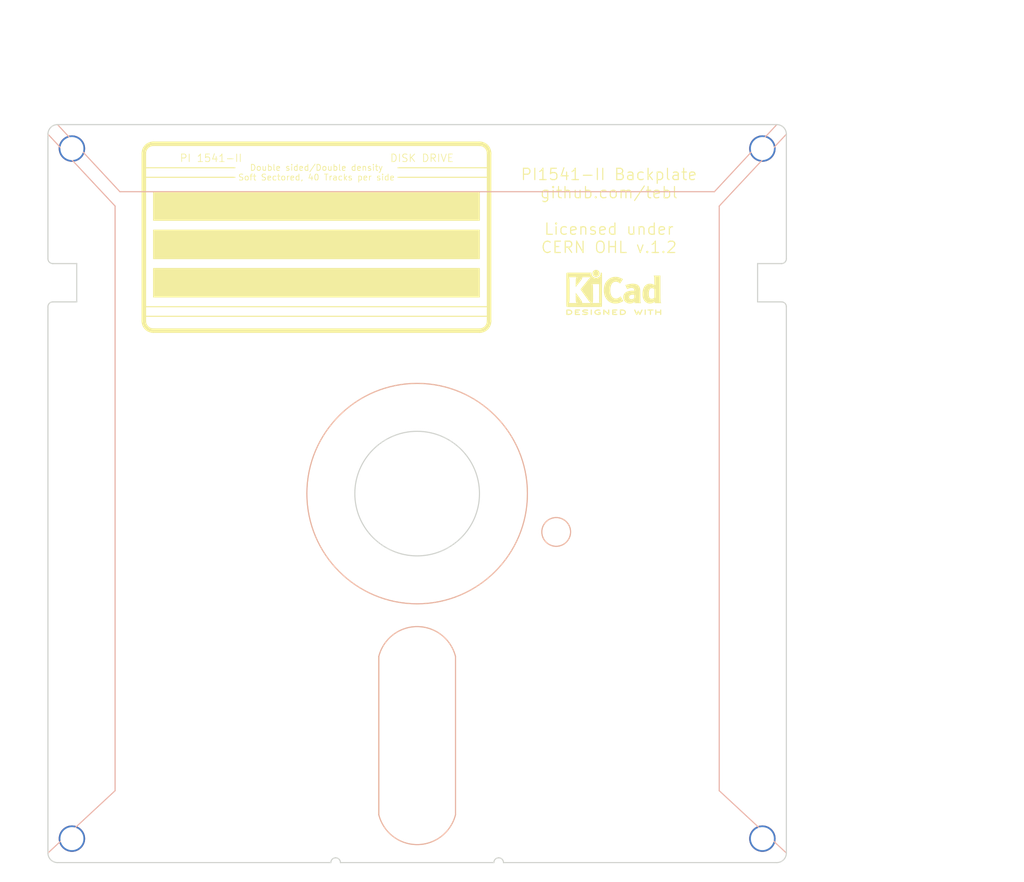
<source format=kicad_pcb>
(kicad_pcb (version 20171130) (host pcbnew "(5.1.5)-3")

  (general
    (thickness 1.6)
    (drawings 103)
    (tracks 0)
    (zones 0)
    (modules 5)
    (nets 2)
  )

  (page A4)
  (layers
    (0 F.Cu signal)
    (31 B.Cu signal)
    (32 B.Adhes user)
    (33 F.Adhes user)
    (34 B.Paste user)
    (35 F.Paste user)
    (36 B.SilkS user)
    (37 F.SilkS user)
    (38 B.Mask user)
    (39 F.Mask user)
    (40 Dwgs.User user)
    (41 Cmts.User user)
    (42 Eco1.User user)
    (43 Eco2.User user)
    (44 Edge.Cuts user)
    (45 Margin user)
    (46 B.CrtYd user)
    (47 F.CrtYd user)
    (48 B.Fab user)
    (49 F.Fab user)
  )

  (setup
    (last_trace_width 0.25)
    (user_trace_width 0.381)
    (trace_clearance 0.2)
    (zone_clearance 0.508)
    (zone_45_only no)
    (trace_min 0.2)
    (via_size 0.6)
    (via_drill 0.4)
    (via_min_size 0.4)
    (via_min_drill 0.3)
    (user_via 1 0.4)
    (uvia_size 0.3)
    (uvia_drill 0.1)
    (uvias_allowed no)
    (uvia_min_size 0.2)
    (uvia_min_drill 0.1)
    (edge_width 0.15)
    (segment_width 0.2)
    (pcb_text_width 0.3)
    (pcb_text_size 1.5 1.5)
    (mod_edge_width 0.15)
    (mod_text_size 1 1)
    (mod_text_width 0.15)
    (pad_size 1.524 1.524)
    (pad_drill 0.762)
    (pad_to_mask_clearance 0.2)
    (aux_axis_origin 0 0)
    (visible_elements 7FFFFFFF)
    (pcbplotparams
      (layerselection 0x011fc_ffffffff)
      (usegerberextensions true)
      (usegerberattributes false)
      (usegerberadvancedattributes false)
      (creategerberjobfile false)
      (excludeedgelayer true)
      (linewidth 0.100000)
      (plotframeref false)
      (viasonmask false)
      (mode 1)
      (useauxorigin false)
      (hpglpennumber 1)
      (hpglpenspeed 20)
      (hpglpendiameter 15.000000)
      (psnegative false)
      (psa4output false)
      (plotreference true)
      (plotvalue true)
      (plotinvisibletext false)
      (padsonsilk false)
      (subtractmaskfromsilk false)
      (outputformat 1)
      (mirror false)
      (drillshape 0)
      (scaleselection 1)
      (outputdirectory "export/"))
  )

  (net 0 "")
  (net 1 GND)

  (net_class Default "This is the default net class."
    (clearance 0.2)
    (trace_width 0.25)
    (via_dia 0.6)
    (via_drill 0.4)
    (uvia_dia 0.3)
    (uvia_drill 0.1)
  )

  (net_class Power ""
    (clearance 0.381)
    (trace_width 0.381)
    (via_dia 1)
    (via_drill 0.4)
    (uvia_dia 0.3)
    (uvia_drill 0.1)
  )

  (module mounting:M3 (layer F.Cu) (tedit 5F7625BA) (tstamp 5EE44CD3)
    (at 75.565 149.225)
    (descr "module 1 pin (ou trou mecanique de percage)")
    (tags DEV)
    (path /5E3B603D)
    (fp_text reference M1 (at 0 -3.048) (layer F.Fab) hide
      (effects (font (size 1 1) (thickness 0.15)))
    )
    (fp_text value Mounting (at 0 3) (layer F.Fab) hide
      (effects (font (size 1 1) (thickness 0.15)))
    )
    (fp_circle (center 0 0) (end 2.6 0) (layer F.CrtYd) (width 0.05))
    (fp_circle (center 0 0) (end 2 0.8) (layer F.Fab) (width 0.1))
    (pad "" np_thru_hole circle (at 0 0) (size 3.5 3.5) (drill 3.048) (layers *.Cu *.Mask)
      (solder_mask_margin 0.8))
  )

  (module mounting:M3 (layer F.Cu) (tedit 5F7625BA) (tstamp 5EE44CDB)
    (at 167.005 149.225)
    (descr "module 1 pin (ou trou mecanique de percage)")
    (tags DEV)
    (path /5E3B604F)
    (fp_text reference M2 (at 0 -3.048) (layer F.Fab) hide
      (effects (font (size 1 1) (thickness 0.15)))
    )
    (fp_text value Mounting (at 0 3) (layer F.Fab) hide
      (effects (font (size 1 1) (thickness 0.15)))
    )
    (fp_circle (center 0 0) (end 2.6 0) (layer F.CrtYd) (width 0.05))
    (fp_circle (center 0 0) (end 2 0.8) (layer F.Fab) (width 0.1))
    (pad "" np_thru_hole circle (at 0 0) (size 3.5 3.5) (drill 3.048) (layers *.Cu *.Mask)
      (solder_mask_margin 0.8))
  )

  (module mounting:M3 (layer F.Cu) (tedit 5F7625BA) (tstamp 5EE44CE3)
    (at 167.005 57.785)
    (descr "module 1 pin (ou trou mecanique de percage)")
    (tags DEV)
    (path /5E3B605A)
    (fp_text reference M3 (at 0 -3.048) (layer F.Fab) hide
      (effects (font (size 1 1) (thickness 0.15)))
    )
    (fp_text value Mounting (at 0 3) (layer F.Fab) hide
      (effects (font (size 1 1) (thickness 0.15)))
    )
    (fp_circle (center 0 0) (end 2.6 0) (layer F.CrtYd) (width 0.05))
    (fp_circle (center 0 0) (end 2 0.8) (layer F.Fab) (width 0.1))
    (pad "" np_thru_hole circle (at 0 0) (size 3.5 3.5) (drill 3.048) (layers *.Cu *.Mask)
      (solder_mask_margin 0.8))
  )

  (module mounting:M3 (layer F.Cu) (tedit 5F7625BA) (tstamp 5EE44CEB)
    (at 75.565 57.785)
    (descr "module 1 pin (ou trou mecanique de percage)")
    (tags DEV)
    (path /5E3B6065)
    (fp_text reference M4 (at 0 -3.048) (layer F.Fab) hide
      (effects (font (size 1 1) (thickness 0.15)))
    )
    (fp_text value Mounting (at 0 3) (layer F.Fab) hide
      (effects (font (size 1 1) (thickness 0.15)))
    )
    (fp_circle (center 0 0) (end 2.6 0) (layer F.CrtYd) (width 0.05))
    (fp_circle (center 0 0) (end 2 0.8) (layer F.Fab) (width 0.1))
    (pad "" np_thru_hole circle (at 0 0) (size 3.5 3.5) (drill 3.048) (layers *.Cu *.Mask)
      (solder_mask_margin 0.8))
  )

  (module Symbols:KiCad-Logo2_6mm_SilkScreen locked (layer F.Cu) (tedit 0) (tstamp 5EE53D9C)
    (at 147.32 76.835)
    (descr "KiCad Logo")
    (tags "Logo KiCad")
    (attr virtual)
    (fp_text reference REF*** (at 0 0) (layer F.SilkS) hide
      (effects (font (size 1 1) (thickness 0.15)))
    )
    (fp_text value KiCad-Logo2_6mm_SilkScreen (at 0.75 0) (layer F.Fab) hide
      (effects (font (size 1 1) (thickness 0.15)))
    )
    (fp_poly (pts (xy -2.273043 -2.973429) (xy -2.176768 -2.949191) (xy -2.090184 -2.906359) (xy -2.015373 -2.846581)
      (xy -1.954418 -2.771506) (xy -1.909399 -2.68278) (xy -1.883136 -2.58647) (xy -1.877286 -2.489205)
      (xy -1.89214 -2.395346) (xy -1.92584 -2.307489) (xy -1.976528 -2.22823) (xy -2.042345 -2.160164)
      (xy -2.121434 -2.105888) (xy -2.211934 -2.067998) (xy -2.2632 -2.055574) (xy -2.307698 -2.048053)
      (xy -2.341999 -2.045081) (xy -2.37496 -2.046906) (xy -2.415434 -2.053775) (xy -2.448531 -2.06075)
      (xy -2.541947 -2.092259) (xy -2.625619 -2.143383) (xy -2.697665 -2.212571) (xy -2.7562 -2.298272)
      (xy -2.770148 -2.325511) (xy -2.786586 -2.361878) (xy -2.796894 -2.392418) (xy -2.80246 -2.42455)
      (xy -2.804669 -2.465693) (xy -2.804948 -2.511778) (xy -2.800861 -2.596135) (xy -2.787446 -2.665414)
      (xy -2.762256 -2.726039) (xy -2.722846 -2.784433) (xy -2.684298 -2.828698) (xy -2.612406 -2.894516)
      (xy -2.537313 -2.939947) (xy -2.454562 -2.96715) (xy -2.376928 -2.977424) (xy -2.273043 -2.973429)) (layer F.SilkS) (width 0.01))
    (fp_poly (pts (xy 6.186507 -0.527755) (xy 6.186526 -0.293338) (xy 6.186552 -0.080397) (xy 6.186625 0.112168)
      (xy 6.186782 0.285459) (xy 6.187064 0.440576) (xy 6.187509 0.57862) (xy 6.188156 0.700692)
      (xy 6.189045 0.807894) (xy 6.190213 0.901326) (xy 6.191701 0.98209) (xy 6.193546 1.051286)
      (xy 6.195789 1.110015) (xy 6.198469 1.159379) (xy 6.201623 1.200478) (xy 6.205292 1.234413)
      (xy 6.209513 1.262286) (xy 6.214327 1.285198) (xy 6.219773 1.304249) (xy 6.225888 1.32054)
      (xy 6.232712 1.335173) (xy 6.240285 1.349249) (xy 6.248645 1.363868) (xy 6.253839 1.372974)
      (xy 6.288104 1.433689) (xy 5.429955 1.433689) (xy 5.429955 1.337733) (xy 5.429224 1.29437)
      (xy 5.427272 1.261205) (xy 5.424463 1.243424) (xy 5.423221 1.241778) (xy 5.411799 1.248662)
      (xy 5.389084 1.266505) (xy 5.366385 1.285879) (xy 5.3118 1.326614) (xy 5.242321 1.367617)
      (xy 5.16527 1.405123) (xy 5.087965 1.435364) (xy 5.057113 1.445012) (xy 4.988616 1.459578)
      (xy 4.905764 1.469539) (xy 4.816371 1.474583) (xy 4.728248 1.474396) (xy 4.649207 1.468666)
      (xy 4.611511 1.462858) (xy 4.473414 1.424797) (xy 4.346113 1.367073) (xy 4.230292 1.290211)
      (xy 4.126637 1.194739) (xy 4.035833 1.081179) (xy 3.969031 0.970381) (xy 3.914164 0.853625)
      (xy 3.872163 0.734276) (xy 3.842167 0.608283) (xy 3.823311 0.471594) (xy 3.814732 0.320158)
      (xy 3.814006 0.242711) (xy 3.8161 0.185934) (xy 4.645217 0.185934) (xy 4.645424 0.279002)
      (xy 4.648337 0.366692) (xy 4.654 0.443772) (xy 4.662455 0.505009) (xy 4.665038 0.51735)
      (xy 4.69684 0.624633) (xy 4.738498 0.711658) (xy 4.790363 0.778642) (xy 4.852781 0.825805)
      (xy 4.9261 0.853365) (xy 5.010669 0.861541) (xy 5.106835 0.850551) (xy 5.170311 0.834829)
      (xy 5.219454 0.816639) (xy 5.273583 0.790791) (xy 5.314244 0.767089) (xy 5.3848 0.720721)
      (xy 5.3848 -0.42947) (xy 5.317392 -0.473038) (xy 5.238867 -0.51396) (xy 5.154681 -0.540611)
      (xy 5.069557 -0.552535) (xy 4.988216 -0.549278) (xy 4.91538 -0.530385) (xy 4.883426 -0.514816)
      (xy 4.825501 -0.471819) (xy 4.776544 -0.415047) (xy 4.73539 -0.342425) (xy 4.700874 -0.251879)
      (xy 4.671833 -0.141334) (xy 4.670552 -0.135467) (xy 4.660381 -0.073212) (xy 4.652739 0.004594)
      (xy 4.64767 0.09272) (xy 4.645217 0.185934) (xy 3.8161 0.185934) (xy 3.821857 0.029895)
      (xy 3.843802 -0.165941) (xy 3.879786 -0.344668) (xy 3.929759 -0.506155) (xy 3.993668 -0.650274)
      (xy 4.071462 -0.776894) (xy 4.163089 -0.885885) (xy 4.268497 -0.977117) (xy 4.313662 -1.008068)
      (xy 4.414611 -1.064215) (xy 4.517901 -1.103826) (xy 4.627989 -1.127986) (xy 4.74933 -1.137781)
      (xy 4.841836 -1.136735) (xy 4.97149 -1.125769) (xy 5.084084 -1.103954) (xy 5.182875 -1.070286)
      (xy 5.271121 -1.023764) (xy 5.319986 -0.989552) (xy 5.349353 -0.967638) (xy 5.371043 -0.952667)
      (xy 5.379253 -0.948267) (xy 5.380868 -0.959096) (xy 5.382159 -0.989749) (xy 5.383138 -1.037474)
      (xy 5.383817 -1.099521) (xy 5.38421 -1.173138) (xy 5.38433 -1.255573) (xy 5.384188 -1.344075)
      (xy 5.383797 -1.435893) (xy 5.383171 -1.528276) (xy 5.38232 -1.618472) (xy 5.38126 -1.703729)
      (xy 5.380001 -1.781297) (xy 5.378556 -1.848424) (xy 5.376938 -1.902359) (xy 5.375161 -1.94035)
      (xy 5.374669 -1.947333) (xy 5.367092 -2.017749) (xy 5.355531 -2.072898) (xy 5.337792 -2.120019)
      (xy 5.311682 -2.166353) (xy 5.305415 -2.175933) (xy 5.280983 -2.212622) (xy 6.186311 -2.212622)
      (xy 6.186507 -0.527755)) (layer F.SilkS) (width 0.01))
    (fp_poly (pts (xy 2.673574 -1.133448) (xy 2.825492 -1.113433) (xy 2.960756 -1.079798) (xy 3.080239 -1.032275)
      (xy 3.184815 -0.970595) (xy 3.262424 -0.907035) (xy 3.331265 -0.832901) (xy 3.385006 -0.753129)
      (xy 3.42791 -0.660909) (xy 3.443384 -0.617839) (xy 3.456244 -0.578858) (xy 3.467446 -0.542711)
      (xy 3.47712 -0.507566) (xy 3.485396 -0.47159) (xy 3.492403 -0.43295) (xy 3.498272 -0.389815)
      (xy 3.503131 -0.340351) (xy 3.50711 -0.282727) (xy 3.51034 -0.215109) (xy 3.512949 -0.135666)
      (xy 3.515067 -0.042564) (xy 3.516824 0.066027) (xy 3.518349 0.191942) (xy 3.519772 0.337012)
      (xy 3.521025 0.479778) (xy 3.522351 0.635968) (xy 3.523556 0.771239) (xy 3.524766 0.887246)
      (xy 3.526106 0.985645) (xy 3.5277 1.068093) (xy 3.529675 1.136246) (xy 3.532156 1.19176)
      (xy 3.535269 1.236292) (xy 3.539138 1.271498) (xy 3.543889 1.299034) (xy 3.549648 1.320556)
      (xy 3.556539 1.337722) (xy 3.564689 1.352186) (xy 3.574223 1.365606) (xy 3.585266 1.379638)
      (xy 3.589566 1.385071) (xy 3.605386 1.40791) (xy 3.612422 1.423463) (xy 3.612444 1.423922)
      (xy 3.601567 1.426121) (xy 3.570582 1.428147) (xy 3.521957 1.429942) (xy 3.458163 1.431451)
      (xy 3.381669 1.432616) (xy 3.294944 1.43338) (xy 3.200457 1.433686) (xy 3.18955 1.433689)
      (xy 2.766657 1.433689) (xy 2.763395 1.337622) (xy 2.760133 1.241556) (xy 2.698044 1.292543)
      (xy 2.600714 1.360057) (xy 2.490813 1.414749) (xy 2.404349 1.444978) (xy 2.335278 1.459666)
      (xy 2.251925 1.469659) (xy 2.162159 1.474646) (xy 2.073845 1.474313) (xy 1.994851 1.468351)
      (xy 1.958622 1.462638) (xy 1.818603 1.424776) (xy 1.692178 1.369932) (xy 1.58026 1.298924)
      (xy 1.483762 1.212568) (xy 1.4036 1.111679) (xy 1.340687 0.997076) (xy 1.296312 0.870984)
      (xy 1.283978 0.814401) (xy 1.276368 0.752202) (xy 1.272739 0.677363) (xy 1.272245 0.643467)
      (xy 1.27231 0.640282) (xy 2.032248 0.640282) (xy 2.041541 0.715333) (xy 2.069728 0.77916)
      (xy 2.118197 0.834798) (xy 2.123254 0.839211) (xy 2.171548 0.874037) (xy 2.223257 0.89662)
      (xy 2.283989 0.90854) (xy 2.359352 0.911383) (xy 2.377459 0.910978) (xy 2.431278 0.908325)
      (xy 2.471308 0.902909) (xy 2.506324 0.892745) (xy 2.545103 0.87585) (xy 2.555745 0.870672)
      (xy 2.616396 0.834844) (xy 2.663215 0.792212) (xy 2.675952 0.776973) (xy 2.720622 0.720462)
      (xy 2.720622 0.524586) (xy 2.720086 0.445939) (xy 2.718396 0.387988) (xy 2.715428 0.348875)
      (xy 2.711057 0.326741) (xy 2.706972 0.320274) (xy 2.691047 0.317111) (xy 2.657264 0.314488)
      (xy 2.61034 0.312655) (xy 2.554993 0.311857) (xy 2.546106 0.311842) (xy 2.42533 0.317096)
      (xy 2.32266 0.333263) (xy 2.236106 0.360961) (xy 2.163681 0.400808) (xy 2.108751 0.447758)
      (xy 2.064204 0.505645) (xy 2.03948 0.568693) (xy 2.032248 0.640282) (xy 1.27231 0.640282)
      (xy 1.274178 0.549712) (xy 1.282522 0.470812) (xy 1.298768 0.39959) (xy 1.324405 0.328864)
      (xy 1.348401 0.276493) (xy 1.40702 0.181196) (xy 1.485117 0.09317) (xy 1.580315 0.014017)
      (xy 1.690238 -0.05466) (xy 1.81251 -0.111259) (xy 1.944755 -0.154179) (xy 2.009422 -0.169118)
      (xy 2.145604 -0.191223) (xy 2.294049 -0.205806) (xy 2.445505 -0.212187) (xy 2.572064 -0.210555)
      (xy 2.73395 -0.203776) (xy 2.72653 -0.262755) (xy 2.707238 -0.361908) (xy 2.676104 -0.442628)
      (xy 2.632269 -0.505534) (xy 2.574871 -0.551244) (xy 2.503048 -0.580378) (xy 2.415941 -0.593553)
      (xy 2.312686 -0.591389) (xy 2.274711 -0.587388) (xy 2.13352 -0.56222) (xy 1.996707 -0.521186)
      (xy 1.902178 -0.483185) (xy 1.857018 -0.46381) (xy 1.818585 -0.44824) (xy 1.792234 -0.438595)
      (xy 1.784546 -0.436548) (xy 1.774802 -0.445626) (xy 1.758083 -0.474595) (xy 1.734232 -0.523783)
      (xy 1.703093 -0.593516) (xy 1.664507 -0.684121) (xy 1.65791 -0.699911) (xy 1.627853 -0.772228)
      (xy 1.600874 -0.837575) (xy 1.578136 -0.893094) (xy 1.560806 -0.935928) (xy 1.550048 -0.963219)
      (xy 1.546941 -0.972058) (xy 1.55694 -0.976813) (xy 1.583217 -0.98209) (xy 1.611489 -0.985769)
      (xy 1.641646 -0.990526) (xy 1.689433 -0.999972) (xy 1.750612 -1.01318) (xy 1.820946 -1.029224)
      (xy 1.896194 -1.04718) (xy 1.924755 -1.054203) (xy 2.029816 -1.079791) (xy 2.11748 -1.099853)
      (xy 2.192068 -1.115031) (xy 2.257903 -1.125965) (xy 2.319307 -1.133296) (xy 2.380602 -1.137665)
      (xy 2.44611 -1.139713) (xy 2.504128 -1.140111) (xy 2.673574 -1.133448)) (layer F.SilkS) (width 0.01))
    (fp_poly (pts (xy 0.328429 -2.050929) (xy 0.48857 -2.029755) (xy 0.65251 -1.989615) (xy 0.822313 -1.930111)
      (xy 1.000043 -1.850846) (xy 1.01131 -1.845301) (xy 1.069005 -1.817275) (xy 1.120552 -1.793198)
      (xy 1.162191 -1.774751) (xy 1.190162 -1.763614) (xy 1.199733 -1.761067) (xy 1.21895 -1.756059)
      (xy 1.223561 -1.751853) (xy 1.218458 -1.74142) (xy 1.202418 -1.715132) (xy 1.177288 -1.675743)
      (xy 1.144914 -1.626009) (xy 1.107143 -1.568685) (xy 1.065822 -1.506524) (xy 1.022798 -1.442282)
      (xy 0.979917 -1.378715) (xy 0.939026 -1.318575) (xy 0.901971 -1.26462) (xy 0.8706 -1.219603)
      (xy 0.846759 -1.186279) (xy 0.832294 -1.167403) (xy 0.830309 -1.165213) (xy 0.820191 -1.169862)
      (xy 0.79785 -1.187038) (xy 0.76728 -1.21356) (xy 0.751536 -1.228036) (xy 0.655047 -1.303318)
      (xy 0.548336 -1.358759) (xy 0.432832 -1.393859) (xy 0.309962 -1.40812) (xy 0.240561 -1.406949)
      (xy 0.119423 -1.389788) (xy 0.010205 -1.353906) (xy -0.087418 -1.299041) (xy -0.173772 -1.22493)
      (xy -0.249185 -1.131312) (xy -0.313982 -1.017924) (xy -0.351399 -0.931333) (xy -0.395252 -0.795634)
      (xy -0.427572 -0.64815) (xy -0.448443 -0.492686) (xy -0.457949 -0.333044) (xy -0.456173 -0.173027)
      (xy -0.443197 -0.016439) (xy -0.419106 0.132918) (xy -0.383982 0.27124) (xy -0.337908 0.394724)
      (xy -0.321627 0.428978) (xy -0.25338 0.543064) (xy -0.172921 0.639557) (xy -0.08143 0.71767)
      (xy 0.019911 0.776617) (xy 0.12992 0.815612) (xy 0.247415 0.833868) (xy 0.288883 0.835211)
      (xy 0.410441 0.82429) (xy 0.530878 0.791474) (xy 0.648666 0.737439) (xy 0.762277 0.662865)
      (xy 0.853685 0.584539) (xy 0.900215 0.540008) (xy 1.081483 0.837271) (xy 1.12658 0.911433)
      (xy 1.167819 0.979646) (xy 1.203735 1.039459) (xy 1.232866 1.08842) (xy 1.25375 1.124079)
      (xy 1.264924 1.143984) (xy 1.266375 1.147079) (xy 1.258146 1.156718) (xy 1.232567 1.173999)
      (xy 1.192873 1.197283) (xy 1.142297 1.224934) (xy 1.084074 1.255315) (xy 1.021437 1.28679)
      (xy 0.957621 1.317722) (xy 0.89586 1.346473) (xy 0.839388 1.371408) (xy 0.791438 1.390889)
      (xy 0.767986 1.399318) (xy 0.634221 1.437133) (xy 0.496327 1.462136) (xy 0.348622 1.47514)
      (xy 0.221833 1.477468) (xy 0.153878 1.476373) (xy 0.088277 1.474275) (xy 0.030847 1.471434)
      (xy -0.012597 1.468106) (xy -0.026702 1.466422) (xy -0.165716 1.437587) (xy -0.307243 1.392468)
      (xy -0.444725 1.33375) (xy -0.571606 1.26412) (xy -0.649111 1.211441) (xy -0.776519 1.103239)
      (xy -0.894822 0.976671) (xy -1.001828 0.834866) (xy -1.095348 0.680951) (xy -1.17319 0.518053)
      (xy -1.217044 0.400756) (xy -1.267292 0.217128) (xy -1.300791 0.022581) (xy -1.317551 -0.178675)
      (xy -1.317584 -0.382432) (xy -1.300899 -0.584479) (xy -1.267507 -0.780608) (xy -1.21742 -0.966609)
      (xy -1.213603 -0.978197) (xy -1.150719 -1.14025) (xy -1.073972 -1.288168) (xy -0.980758 -1.426135)
      (xy -0.868473 -1.558339) (xy -0.824608 -1.603601) (xy -0.688466 -1.727543) (xy -0.548509 -1.830085)
      (xy -0.402589 -1.912344) (xy -0.248558 -1.975436) (xy -0.084268 -2.020477) (xy 0.011289 -2.037967)
      (xy 0.170023 -2.053534) (xy 0.328429 -2.050929)) (layer F.SilkS) (width 0.01))
    (fp_poly (pts (xy -2.9464 -2.510946) (xy -2.935535 -2.397007) (xy -2.903918 -2.289384) (xy -2.853015 -2.190385)
      (xy -2.784293 -2.102316) (xy -2.699219 -2.027484) (xy -2.602232 -1.969616) (xy -2.495964 -1.929995)
      (xy -2.38895 -1.911427) (xy -2.2833 -1.912566) (xy -2.181125 -1.93207) (xy -2.084534 -1.968594)
      (xy -1.995638 -2.020795) (xy -1.916546 -2.087327) (xy -1.849369 -2.166848) (xy -1.796217 -2.258013)
      (xy -1.759199 -2.359477) (xy -1.740427 -2.469898) (xy -1.738489 -2.519794) (xy -1.738489 -2.607733)
      (xy -1.68656 -2.607733) (xy -1.650253 -2.604889) (xy -1.623355 -2.593089) (xy -1.596249 -2.569351)
      (xy -1.557867 -2.530969) (xy -1.557867 -0.339398) (xy -1.557876 -0.077261) (xy -1.557908 0.163241)
      (xy -1.557972 0.383048) (xy -1.558076 0.583101) (xy -1.558227 0.764344) (xy -1.558434 0.927716)
      (xy -1.558706 1.07416) (xy -1.55905 1.204617) (xy -1.559474 1.320029) (xy -1.559987 1.421338)
      (xy -1.560597 1.509484) (xy -1.561312 1.58541) (xy -1.56214 1.650057) (xy -1.563089 1.704367)
      (xy -1.564167 1.74928) (xy -1.565383 1.78574) (xy -1.566745 1.814687) (xy -1.568261 1.837063)
      (xy -1.569938 1.853809) (xy -1.571786 1.865868) (xy -1.573813 1.87418) (xy -1.576025 1.879687)
      (xy -1.577108 1.881537) (xy -1.581271 1.888549) (xy -1.584805 1.894996) (xy -1.588635 1.9009)
      (xy -1.593682 1.906286) (xy -1.600871 1.911178) (xy -1.611123 1.915598) (xy -1.625364 1.919572)
      (xy -1.644514 1.923121) (xy -1.669499 1.92627) (xy -1.70124 1.929042) (xy -1.740662 1.931461)
      (xy -1.788686 1.933551) (xy -1.846237 1.935335) (xy -1.914237 1.936837) (xy -1.99361 1.93808)
      (xy -2.085279 1.939089) (xy -2.190166 1.939885) (xy -2.309196 1.940494) (xy -2.44329 1.940939)
      (xy -2.593373 1.941243) (xy -2.760367 1.94143) (xy -2.945196 1.941524) (xy -3.148783 1.941548)
      (xy -3.37205 1.941525) (xy -3.615922 1.94148) (xy -3.881321 1.941437) (xy -3.919704 1.941432)
      (xy -4.186682 1.941389) (xy -4.432002 1.941318) (xy -4.656583 1.941213) (xy -4.861345 1.941066)
      (xy -5.047206 1.940869) (xy -5.215088 1.940616) (xy -5.365908 1.9403) (xy -5.500587 1.939913)
      (xy -5.620044 1.939447) (xy -5.725199 1.938897) (xy -5.816971 1.938253) (xy -5.896279 1.937511)
      (xy -5.964043 1.936661) (xy -6.021182 1.935697) (xy -6.068617 1.934611) (xy -6.107266 1.933397)
      (xy -6.138049 1.932047) (xy -6.161885 1.930555) (xy -6.179694 1.928911) (xy -6.192395 1.927111)
      (xy -6.200908 1.925145) (xy -6.205266 1.923477) (xy -6.213728 1.919906) (xy -6.221497 1.91727)
      (xy -6.228602 1.914634) (xy -6.235073 1.911062) (xy -6.240939 1.905621) (xy -6.246229 1.897375)
      (xy -6.250974 1.88539) (xy -6.255202 1.868731) (xy -6.258943 1.846463) (xy -6.262227 1.817652)
      (xy -6.265083 1.781363) (xy -6.26754 1.736661) (xy -6.269629 1.682611) (xy -6.271378 1.618279)
      (xy -6.272817 1.54273) (xy -6.273976 1.45503) (xy -6.274883 1.354243) (xy -6.275569 1.239434)
      (xy -6.276063 1.10967) (xy -6.276395 0.964015) (xy -6.276593 0.801535) (xy -6.276687 0.621295)
      (xy -6.276708 0.42236) (xy -6.276685 0.203796) (xy -6.276646 -0.035332) (xy -6.276622 -0.29596)
      (xy -6.276622 -0.338111) (xy -6.276636 -0.601008) (xy -6.276661 -0.842268) (xy -6.276671 -1.062835)
      (xy -6.276642 -1.263648) (xy -6.276548 -1.445651) (xy -6.276362 -1.609784) (xy -6.276059 -1.756989)
      (xy -6.275614 -1.888208) (xy -6.275034 -1.998133) (xy -5.972197 -1.998133) (xy -5.932407 -1.940289)
      (xy -5.921236 -1.924521) (xy -5.911166 -1.910559) (xy -5.902138 -1.897216) (xy -5.894097 -1.883307)
      (xy -5.886986 -1.867644) (xy -5.880747 -1.849042) (xy -5.875325 -1.826314) (xy -5.870662 -1.798273)
      (xy -5.866701 -1.763733) (xy -5.863385 -1.721508) (xy -5.860659 -1.670411) (xy -5.858464 -1.609256)
      (xy -5.856745 -1.536856) (xy -5.855444 -1.452025) (xy -5.854505 -1.353578) (xy -5.85387 -1.240326)
      (xy -5.853484 -1.111084) (xy -5.853288 -0.964666) (xy -5.853227 -0.799884) (xy -5.853243 -0.615553)
      (xy -5.85328 -0.410487) (xy -5.853289 -0.287867) (xy -5.853265 -0.070918) (xy -5.853231 0.124642)
      (xy -5.853243 0.299999) (xy -5.853358 0.456341) (xy -5.85363 0.594857) (xy -5.854118 0.716734)
      (xy -5.854876 0.82316) (xy -5.855962 0.915322) (xy -5.857431 0.994409) (xy -5.85934 1.061608)
      (xy -5.861744 1.118107) (xy -5.864701 1.165093) (xy -5.868266 1.203755) (xy -5.872495 1.23528)
      (xy -5.877446 1.260855) (xy -5.883173 1.28167) (xy -5.889733 1.298911) (xy -5.897183 1.313765)
      (xy -5.905579 1.327422) (xy -5.914976 1.341069) (xy -5.925432 1.355893) (xy -5.931523 1.364783)
      (xy -5.970296 1.4224) (xy -5.438732 1.4224) (xy -5.315483 1.422365) (xy -5.212987 1.422215)
      (xy -5.12942 1.421878) (xy -5.062956 1.421286) (xy -5.011771 1.420367) (xy -4.974041 1.419051)
      (xy -4.94794 1.417269) (xy -4.931644 1.414951) (xy -4.923328 1.412026) (xy -4.921168 1.408424)
      (xy -4.923339 1.404075) (xy -4.924535 1.402645) (xy -4.949685 1.365573) (xy -4.975583 1.312772)
      (xy -4.999192 1.25077) (xy -5.007461 1.224357) (xy -5.012078 1.206416) (xy -5.015979 1.185355)
      (xy -5.019248 1.159089) (xy -5.021966 1.125532) (xy -5.024215 1.082599) (xy -5.026077 1.028204)
      (xy -5.027636 0.960262) (xy -5.028972 0.876688) (xy -5.030169 0.775395) (xy -5.031308 0.6543)
      (xy -5.031685 0.6096) (xy -5.032702 0.484449) (xy -5.03346 0.380082) (xy -5.033903 0.294707)
      (xy -5.03397 0.226533) (xy -5.033605 0.173765) (xy -5.032748 0.134614) (xy -5.031341 0.107285)
      (xy -5.029325 0.089986) (xy -5.026643 0.080926) (xy -5.023236 0.078312) (xy -5.019044 0.080351)
      (xy -5.014571 0.084667) (xy -5.004216 0.097602) (xy -4.982158 0.126676) (xy -4.949957 0.169759)
      (xy -4.909174 0.224718) (xy -4.86137 0.289423) (xy -4.808105 0.361742) (xy -4.75094 0.439544)
      (xy -4.691437 0.520698) (xy -4.631155 0.603072) (xy -4.571655 0.684536) (xy -4.514498 0.762957)
      (xy -4.461245 0.836204) (xy -4.413457 0.902147) (xy -4.372693 0.958654) (xy -4.340516 1.003593)
      (xy -4.318485 1.034834) (xy -4.313917 1.041466) (xy -4.290996 1.078369) (xy -4.264188 1.126359)
      (xy -4.238789 1.175897) (xy -4.235568 1.182577) (xy -4.21389 1.230772) (xy -4.201304 1.268334)
      (xy -4.195574 1.30416) (xy -4.194456 1.3462) (xy -4.19509 1.4224) (xy -3.040651 1.4224)
      (xy -3.131815 1.328669) (xy -3.178612 1.278775) (xy -3.228899 1.222295) (xy -3.274944 1.168026)
      (xy -3.295369 1.142673) (xy -3.325807 1.103128) (xy -3.365862 1.049916) (xy -3.414361 0.984667)
      (xy -3.470135 0.909011) (xy -3.532011 0.824577) (xy -3.598819 0.732994) (xy -3.669387 0.635892)
      (xy -3.742545 0.534901) (xy -3.817121 0.43165) (xy -3.891944 0.327768) (xy -3.965843 0.224885)
      (xy -4.037646 0.124631) (xy -4.106184 0.028636) (xy -4.170284 -0.061473) (xy -4.228775 -0.144064)
      (xy -4.280486 -0.217508) (xy -4.324247 -0.280176) (xy -4.358885 -0.330439) (xy -4.38323 -0.366666)
      (xy -4.396111 -0.387229) (xy -4.397869 -0.391332) (xy -4.38991 -0.402658) (xy -4.369115 -0.429838)
      (xy -4.336847 -0.471171) (xy -4.29447 -0.524956) (xy -4.243347 -0.589494) (xy -4.184841 -0.663082)
      (xy -4.120314 -0.744022) (xy -4.051131 -0.830612) (xy -3.978653 -0.921152) (xy -3.904246 -1.01394)
      (xy -3.844517 -1.088298) (xy -2.833511 -1.088298) (xy -2.827602 -1.075341) (xy -2.813272 -1.053092)
      (xy -2.812225 -1.051609) (xy -2.793438 -1.021456) (xy -2.773791 -0.984625) (xy -2.769892 -0.976489)
      (xy -2.766356 -0.96806) (xy -2.76323 -0.957941) (xy -2.760486 -0.94474) (xy -2.758092 -0.927062)
      (xy -2.756019 -0.903516) (xy -2.754235 -0.872707) (xy -2.752712 -0.833243) (xy -2.751419 -0.783731)
      (xy -2.750326 -0.722777) (xy -2.749403 -0.648989) (xy -2.748619 -0.560972) (xy -2.747945 -0.457335)
      (xy -2.74735 -0.336684) (xy -2.746805 -0.197626) (xy -2.746279 -0.038768) (xy -2.745745 0.140089)
      (xy -2.745206 0.325207) (xy -2.744772 0.489145) (xy -2.744509 0.633303) (xy -2.744484 0.759079)
      (xy -2.744765 0.867871) (xy -2.745419 0.961077) (xy -2.746514 1.040097) (xy -2.748118 1.106328)
      (xy -2.750297 1.16117) (xy -2.753119 1.206021) (xy -2.756651 1.242278) (xy -2.760961 1.271341)
      (xy -2.766117 1.294609) (xy -2.772185 1.313479) (xy -2.779233 1.329351) (xy -2.787329 1.343622)
      (xy -2.79654 1.357691) (xy -2.80504 1.370158) (xy -2.822176 1.396452) (xy -2.832322 1.414037)
      (xy -2.833511 1.417257) (xy -2.822604 1.418334) (xy -2.791411 1.419335) (xy -2.742223 1.420235)
      (xy -2.677333 1.42101) (xy -2.59903 1.421637) (xy -2.509607 1.422091) (xy -2.411356 1.422349)
      (xy -2.342445 1.4224) (xy -2.237452 1.42218) (xy -2.14061 1.421548) (xy -2.054107 1.420549)
      (xy -1.980132 1.419227) (xy -1.920874 1.417626) (xy -1.87852 1.415791) (xy -1.85526 1.413765)
      (xy -1.851378 1.412493) (xy -1.859076 1.397591) (xy -1.867074 1.38956) (xy -1.880246 1.372434)
      (xy -1.897485 1.342183) (xy -1.909407 1.317622) (xy -1.936045 1.258711) (xy -1.93912 0.081845)
      (xy -1.942195 -1.095022) (xy -2.387853 -1.095022) (xy -2.48567 -1.094858) (xy -2.576064 -1.094389)
      (xy -2.65663 -1.093653) (xy -2.724962 -1.092684) (xy -2.778656 -1.09152) (xy -2.815305 -1.090197)
      (xy -2.832504 -1.088751) (xy -2.833511 -1.088298) (xy -3.844517 -1.088298) (xy -3.82927 -1.107278)
      (xy -3.75509 -1.199463) (xy -3.683069 -1.288796) (xy -3.614569 -1.373576) (xy -3.550955 -1.452102)
      (xy -3.493588 -1.522674) (xy -3.443833 -1.583591) (xy -3.403052 -1.633153) (xy -3.385888 -1.653822)
      (xy -3.299596 -1.754484) (xy -3.222997 -1.837741) (xy -3.154183 -1.905562) (xy -3.091248 -1.959911)
      (xy -3.081867 -1.967278) (xy -3.042356 -1.997883) (xy -4.174116 -1.998133) (xy -4.168827 -1.950156)
      (xy -4.17213 -1.892812) (xy -4.193661 -1.824537) (xy -4.233635 -1.744788) (xy -4.278943 -1.672505)
      (xy -4.295161 -1.64986) (xy -4.323214 -1.612304) (xy -4.36143 -1.561979) (xy -4.408137 -1.501027)
      (xy -4.461661 -1.431589) (xy -4.520331 -1.355806) (xy -4.582475 -1.27582) (xy -4.646421 -1.193772)
      (xy -4.710495 -1.111804) (xy -4.773027 -1.032057) (xy -4.832343 -0.956673) (xy -4.886771 -0.887793)
      (xy -4.934639 -0.827558) (xy -4.974275 -0.778111) (xy -5.004006 -0.741592) (xy -5.022161 -0.720142)
      (xy -5.02522 -0.716844) (xy -5.028079 -0.724851) (xy -5.030293 -0.755145) (xy -5.031857 -0.807444)
      (xy -5.032767 -0.881469) (xy -5.03302 -0.976937) (xy -5.032613 -1.093566) (xy -5.031704 -1.213555)
      (xy -5.030382 -1.345667) (xy -5.028857 -1.457406) (xy -5.026881 -1.550975) (xy -5.024206 -1.628581)
      (xy -5.020582 -1.692426) (xy -5.015761 -1.744717) (xy -5.009494 -1.787656) (xy -5.001532 -1.823449)
      (xy -4.991627 -1.8543) (xy -4.979531 -1.882414) (xy -4.964993 -1.909995) (xy -4.950311 -1.935034)
      (xy -4.912314 -1.998133) (xy -5.972197 -1.998133) (xy -6.275034 -1.998133) (xy -6.275001 -2.004383)
      (xy -6.274195 -2.106456) (xy -6.27317 -2.195367) (xy -6.2719 -2.272059) (xy -6.27036 -2.337473)
      (xy -6.268524 -2.392551) (xy -6.266367 -2.438235) (xy -6.263863 -2.475466) (xy -6.260987 -2.505187)
      (xy -6.257713 -2.528338) (xy -6.254015 -2.545861) (xy -6.249869 -2.558699) (xy -6.245247 -2.567792)
      (xy -6.240126 -2.574082) (xy -6.234478 -2.578512) (xy -6.228279 -2.582022) (xy -6.221504 -2.585555)
      (xy -6.215508 -2.589124) (xy -6.210275 -2.5917) (xy -6.202099 -2.594028) (xy -6.189886 -2.596122)
      (xy -6.172541 -2.597993) (xy -6.148969 -2.599653) (xy -6.118077 -2.601116) (xy -6.078768 -2.602392)
      (xy -6.02995 -2.603496) (xy -5.970527 -2.604439) (xy -5.899404 -2.605233) (xy -5.815488 -2.605891)
      (xy -5.717683 -2.606425) (xy -5.604894 -2.606847) (xy -5.476029 -2.607171) (xy -5.329991 -2.607408)
      (xy -5.165686 -2.60757) (xy -4.98202 -2.60767) (xy -4.777897 -2.60772) (xy -4.566753 -2.607733)
      (xy -2.9464 -2.607733) (xy -2.9464 -2.510946)) (layer F.SilkS) (width 0.01))
    (fp_poly (pts (xy 6.228823 2.274533) (xy 6.260202 2.296776) (xy 6.287911 2.324485) (xy 6.287911 2.63392)
      (xy 6.287838 2.725799) (xy 6.287495 2.79784) (xy 6.286692 2.85278) (xy 6.285241 2.89336)
      (xy 6.282952 2.922317) (xy 6.279636 2.942391) (xy 6.275105 2.956321) (xy 6.269169 2.966845)
      (xy 6.264514 2.9731) (xy 6.233783 2.997673) (xy 6.198496 3.000341) (xy 6.166245 2.985271)
      (xy 6.155588 2.976374) (xy 6.148464 2.964557) (xy 6.144167 2.945526) (xy 6.141991 2.914992)
      (xy 6.141228 2.868662) (xy 6.141155 2.832871) (xy 6.141155 2.698045) (xy 5.644444 2.698045)
      (xy 5.644444 2.8207) (xy 5.643931 2.876787) (xy 5.641876 2.915333) (xy 5.637508 2.941361)
      (xy 5.630056 2.959897) (xy 5.621047 2.9731) (xy 5.590144 2.997604) (xy 5.555196 3.000506)
      (xy 5.521738 2.983089) (xy 5.512604 2.973959) (xy 5.506152 2.961855) (xy 5.501897 2.943001)
      (xy 5.499352 2.91362) (xy 5.498029 2.869937) (xy 5.497443 2.808175) (xy 5.497375 2.794)
      (xy 5.496891 2.677631) (xy 5.496641 2.581727) (xy 5.496723 2.504177) (xy 5.497231 2.442869)
      (xy 5.498262 2.39569) (xy 5.499913 2.36053) (xy 5.502279 2.335276) (xy 5.505457 2.317817)
      (xy 5.509544 2.306041) (xy 5.514634 2.297835) (xy 5.520266 2.291645) (xy 5.552128 2.271844)
      (xy 5.585357 2.274533) (xy 5.616735 2.296776) (xy 5.629433 2.311126) (xy 5.637526 2.326978)
      (xy 5.642042 2.349554) (xy 5.644006 2.384078) (xy 5.644444 2.435776) (xy 5.644444 2.551289)
      (xy 6.141155 2.551289) (xy 6.141155 2.432756) (xy 6.141662 2.378148) (xy 6.143698 2.341275)
      (xy 6.148035 2.317307) (xy 6.155447 2.301415) (xy 6.163733 2.291645) (xy 6.195594 2.271844)
      (xy 6.228823 2.274533)) (layer F.SilkS) (width 0.01))
    (fp_poly (pts (xy 4.963065 2.269163) (xy 5.041772 2.269542) (xy 5.102863 2.270333) (xy 5.148817 2.27167)
      (xy 5.182114 2.273683) (xy 5.205236 2.276506) (xy 5.220662 2.280269) (xy 5.230871 2.285105)
      (xy 5.235813 2.288822) (xy 5.261457 2.321358) (xy 5.264559 2.355138) (xy 5.248711 2.385826)
      (xy 5.238348 2.398089) (xy 5.227196 2.40645) (xy 5.211035 2.411657) (xy 5.185642 2.414457)
      (xy 5.146798 2.415596) (xy 5.09028 2.415821) (xy 5.07918 2.415822) (xy 4.933244 2.415822)
      (xy 4.933244 2.686756) (xy 4.933148 2.772154) (xy 4.932711 2.837864) (xy 4.931712 2.886774)
      (xy 4.929928 2.921773) (xy 4.927137 2.945749) (xy 4.923117 2.961593) (xy 4.917645 2.972191)
      (xy 4.910666 2.980267) (xy 4.877734 3.000112) (xy 4.843354 2.998548) (xy 4.812176 2.975906)
      (xy 4.809886 2.9731) (xy 4.802429 2.962492) (xy 4.796747 2.950081) (xy 4.792601 2.93285)
      (xy 4.78975 2.907784) (xy 4.787954 2.871867) (xy 4.786972 2.822083) (xy 4.786564 2.755417)
      (xy 4.786489 2.679589) (xy 4.786489 2.415822) (xy 4.647127 2.415822) (xy 4.587322 2.415418)
      (xy 4.545918 2.41384) (xy 4.518748 2.410547) (xy 4.501646 2.404992) (xy 4.490443 2.396631)
      (xy 4.489083 2.395178) (xy 4.472725 2.361939) (xy 4.474172 2.324362) (xy 4.492978 2.291645)
      (xy 4.50025 2.285298) (xy 4.509627 2.280266) (xy 4.523609 2.276396) (xy 4.544696 2.273537)
      (xy 4.575389 2.271535) (xy 4.618189 2.270239) (xy 4.675595 2.269498) (xy 4.75011 2.269158)
      (xy 4.844233 2.269068) (xy 4.86426 2.269067) (xy 4.963065 2.269163)) (layer F.SilkS) (width 0.01))
    (fp_poly (pts (xy 4.188614 2.275877) (xy 4.212327 2.290647) (xy 4.238978 2.312227) (xy 4.238978 2.633773)
      (xy 4.238893 2.72783) (xy 4.238529 2.801932) (xy 4.237724 2.858704) (xy 4.236313 2.900768)
      (xy 4.234133 2.930748) (xy 4.231021 2.951267) (xy 4.226814 2.964949) (xy 4.221348 2.974416)
      (xy 4.217472 2.979082) (xy 4.186034 2.999575) (xy 4.150233 2.998739) (xy 4.118873 2.981264)
      (xy 4.092222 2.959684) (xy 4.092222 2.312227) (xy 4.118873 2.290647) (xy 4.144594 2.274949)
      (xy 4.1656 2.269067) (xy 4.188614 2.275877)) (layer F.SilkS) (width 0.01))
    (fp_poly (pts (xy 3.744665 2.271034) (xy 3.764255 2.278035) (xy 3.76501 2.278377) (xy 3.791613 2.298678)
      (xy 3.80627 2.319561) (xy 3.809138 2.329352) (xy 3.808996 2.342361) (xy 3.804961 2.360895)
      (xy 3.796146 2.387257) (xy 3.781669 2.423752) (xy 3.760645 2.472687) (xy 3.732188 2.536365)
      (xy 3.695415 2.617093) (xy 3.675175 2.661216) (xy 3.638625 2.739985) (xy 3.604315 2.812423)
      (xy 3.573552 2.87588) (xy 3.547648 2.927708) (xy 3.52791 2.965259) (xy 3.51565 2.985884)
      (xy 3.513224 2.988733) (xy 3.482183 3.001302) (xy 3.447121 2.999619) (xy 3.419 2.984332)
      (xy 3.417854 2.983089) (xy 3.406668 2.966154) (xy 3.387904 2.93317) (xy 3.363875 2.88838)
      (xy 3.336897 2.836032) (xy 3.327201 2.816742) (xy 3.254014 2.67015) (xy 3.17424 2.829393)
      (xy 3.145767 2.884415) (xy 3.11935 2.932132) (xy 3.097148 2.968893) (xy 3.081319 2.991044)
      (xy 3.075954 2.995741) (xy 3.034257 3.002102) (xy 2.999849 2.988733) (xy 2.989728 2.974446)
      (xy 2.972214 2.942692) (xy 2.948735 2.896597) (xy 2.92072 2.839285) (xy 2.889599 2.77388)
      (xy 2.856799 2.703507) (xy 2.82375 2.631291) (xy 2.791881 2.560355) (xy 2.762619 2.493825)
      (xy 2.737395 2.434826) (xy 2.717636 2.386481) (xy 2.704772 2.351915) (xy 2.700231 2.334253)
      (xy 2.700277 2.333613) (xy 2.711326 2.311388) (xy 2.73341 2.288753) (xy 2.73471 2.287768)
      (xy 2.761853 2.272425) (xy 2.786958 2.272574) (xy 2.796368 2.275466) (xy 2.807834 2.281718)
      (xy 2.82001 2.294014) (xy 2.834357 2.314908) (xy 2.852336 2.346949) (xy 2.875407 2.392688)
      (xy 2.90503 2.454677) (xy 2.931745 2.511898) (xy 2.96248 2.578226) (xy 2.990021 2.637874)
      (xy 3.012938 2.687725) (xy 3.029798 2.724664) (xy 3.039173 2.745573) (xy 3.04054 2.748845)
      (xy 3.046689 2.743497) (xy 3.060822 2.721109) (xy 3.081057 2.684946) (xy 3.105515 2.638277)
      (xy 3.115248 2.619022) (xy 3.148217 2.554004) (xy 3.173643 2.506654) (xy 3.193612 2.474219)
      (xy 3.21021 2.453946) (xy 3.225524 2.443082) (xy 3.24164 2.438875) (xy 3.252143 2.4384)
      (xy 3.27067 2.440042) (xy 3.286904 2.446831) (xy 3.303035 2.461566) (xy 3.321251 2.487044)
      (xy 3.343739 2.526061) (xy 3.372689 2.581414) (xy 3.388662 2.612903) (xy 3.41457 2.663087)
      (xy 3.437167 2.704704) (xy 3.454458 2.734242) (xy 3.46445 2.748189) (xy 3.465809 2.74877)
      (xy 3.472261 2.737793) (xy 3.486708 2.70929) (xy 3.507703 2.666244) (xy 3.533797 2.611638)
      (xy 3.563546 2.548454) (xy 3.57818 2.517071) (xy 3.61625 2.436078) (xy 3.646905 2.373756)
      (xy 3.671737 2.328071) (xy 3.692337 2.296989) (xy 3.710298 2.278478) (xy 3.72721 2.270504)
      (xy 3.744665 2.271034)) (layer F.SilkS) (width 0.01))
    (fp_poly (pts (xy 1.018309 2.269275) (xy 1.147288 2.273636) (xy 1.256991 2.286861) (xy 1.349226 2.309741)
      (xy 1.425802 2.34307) (xy 1.488527 2.387638) (xy 1.539212 2.444236) (xy 1.579663 2.513658)
      (xy 1.580459 2.515351) (xy 1.604601 2.577483) (xy 1.613203 2.632509) (xy 1.606231 2.687887)
      (xy 1.583654 2.751073) (xy 1.579372 2.760689) (xy 1.550172 2.816966) (xy 1.517356 2.860451)
      (xy 1.475002 2.897417) (xy 1.41719 2.934135) (xy 1.413831 2.936052) (xy 1.363504 2.960227)
      (xy 1.306621 2.978282) (xy 1.239527 2.990839) (xy 1.158565 2.998522) (xy 1.060082 3.001953)
      (xy 1.025286 3.002251) (xy 0.859594 3.002845) (xy 0.836197 2.9731) (xy 0.829257 2.963319)
      (xy 0.823842 2.951897) (xy 0.819765 2.936095) (xy 0.816837 2.913175) (xy 0.814867 2.880396)
      (xy 0.814225 2.856089) (xy 0.970844 2.856089) (xy 1.064726 2.856089) (xy 1.119664 2.854483)
      (xy 1.17606 2.850255) (xy 1.222345 2.844292) (xy 1.225139 2.84379) (xy 1.307348 2.821736)
      (xy 1.371114 2.7886) (xy 1.418452 2.742847) (xy 1.451382 2.682939) (xy 1.457108 2.667061)
      (xy 1.462721 2.642333) (xy 1.460291 2.617902) (xy 1.448467 2.5854) (xy 1.44134 2.569434)
      (xy 1.418 2.527006) (xy 1.38988 2.49724) (xy 1.35894 2.476511) (xy 1.296966 2.449537)
      (xy 1.217651 2.429998) (xy 1.125253 2.418746) (xy 1.058333 2.41627) (xy 0.970844 2.415822)
      (xy 0.970844 2.856089) (xy 0.814225 2.856089) (xy 0.813668 2.835021) (xy 0.81305 2.774311)
      (xy 0.812825 2.695526) (xy 0.8128 2.63392) (xy 0.8128 2.324485) (xy 0.840509 2.296776)
      (xy 0.852806 2.285544) (xy 0.866103 2.277853) (xy 0.884672 2.27304) (xy 0.912786 2.270446)
      (xy 0.954717 2.26941) (xy 1.014737 2.26927) (xy 1.018309 2.269275)) (layer F.SilkS) (width 0.01))
    (fp_poly (pts (xy 0.230343 2.26926) (xy 0.306701 2.270174) (xy 0.365217 2.272311) (xy 0.408255 2.276175)
      (xy 0.438183 2.282267) (xy 0.457368 2.29109) (xy 0.468176 2.303146) (xy 0.472973 2.318939)
      (xy 0.474127 2.33897) (xy 0.474133 2.341335) (xy 0.473131 2.363992) (xy 0.468396 2.381503)
      (xy 0.457333 2.394574) (xy 0.437348 2.403913) (xy 0.405846 2.410227) (xy 0.360232 2.414222)
      (xy 0.297913 2.416606) (xy 0.216293 2.418086) (xy 0.191277 2.418414) (xy -0.0508 2.421467)
      (xy -0.054186 2.486378) (xy -0.057571 2.551289) (xy 0.110576 2.551289) (xy 0.176266 2.551531)
      (xy 0.223172 2.552556) (xy 0.255083 2.554811) (xy 0.275791 2.558742) (xy 0.289084 2.564798)
      (xy 0.298755 2.573424) (xy 0.298817 2.573493) (xy 0.316356 2.607112) (xy 0.315722 2.643448)
      (xy 0.297314 2.674423) (xy 0.293671 2.677607) (xy 0.280741 2.685812) (xy 0.263024 2.691521)
      (xy 0.23657 2.695162) (xy 0.197432 2.697167) (xy 0.141662 2.697964) (xy 0.105994 2.698045)
      (xy -0.056445 2.698045) (xy -0.056445 2.856089) (xy 0.190161 2.856089) (xy 0.27158 2.856231)
      (xy 0.33341 2.856814) (xy 0.378637 2.858068) (xy 0.410248 2.860227) (xy 0.431231 2.863523)
      (xy 0.444573 2.868189) (xy 0.453261 2.874457) (xy 0.45545 2.876733) (xy 0.471614 2.90828)
      (xy 0.472797 2.944168) (xy 0.459536 2.975285) (xy 0.449043 2.985271) (xy 0.438129 2.990769)
      (xy 0.421217 2.995022) (xy 0.395633 2.99818) (xy 0.358701 3.000392) (xy 0.307746 3.001806)
      (xy 0.240094 3.002572) (xy 0.153069 3.002838) (xy 0.133394 3.002845) (xy 0.044911 3.002787)
      (xy -0.023773 3.002467) (xy -0.075436 3.001667) (xy -0.112855 3.000167) (xy -0.13881 2.997749)
      (xy -0.156078 2.994194) (xy -0.167438 2.989282) (xy -0.175668 2.982795) (xy -0.180183 2.978138)
      (xy -0.186979 2.969889) (xy -0.192288 2.959669) (xy -0.196294 2.9448) (xy -0.199179 2.922602)
      (xy -0.201126 2.890393) (xy -0.202319 2.845496) (xy -0.202939 2.785228) (xy -0.203171 2.706911)
      (xy -0.2032 2.640994) (xy -0.203129 2.548628) (xy -0.202792 2.476117) (xy -0.202002 2.420737)
      (xy -0.200574 2.379765) (xy -0.198321 2.350478) (xy -0.195057 2.330153) (xy -0.190596 2.316066)
      (xy -0.184752 2.305495) (xy -0.179803 2.298811) (xy -0.156406 2.269067) (xy 0.133774 2.269067)
      (xy 0.230343 2.26926)) (layer F.SilkS) (width 0.01))
    (fp_poly (pts (xy -1.300114 2.273448) (xy -1.276548 2.287273) (xy -1.245735 2.309881) (xy -1.206078 2.342338)
      (xy -1.15598 2.385708) (xy -1.093843 2.441058) (xy -1.018072 2.509451) (xy -0.931334 2.588084)
      (xy -0.750711 2.751878) (xy -0.745067 2.532029) (xy -0.743029 2.456351) (xy -0.741063 2.399994)
      (xy -0.738734 2.359706) (xy -0.735606 2.332235) (xy -0.731245 2.314329) (xy -0.725216 2.302737)
      (xy -0.717084 2.294208) (xy -0.712772 2.290623) (xy -0.678241 2.27167) (xy -0.645383 2.274441)
      (xy -0.619318 2.290633) (xy -0.592667 2.312199) (xy -0.589352 2.627151) (xy -0.588435 2.719779)
      (xy -0.587968 2.792544) (xy -0.588113 2.848161) (xy -0.589032 2.889342) (xy -0.590887 2.918803)
      (xy -0.593839 2.939255) (xy -0.59805 2.953413) (xy -0.603682 2.963991) (xy -0.609927 2.972474)
      (xy -0.623439 2.988207) (xy -0.636883 2.998636) (xy -0.652124 3.002639) (xy -0.671026 2.999094)
      (xy -0.695455 2.986879) (xy -0.727273 2.964871) (xy -0.768348 2.931949) (xy -0.820542 2.886991)
      (xy -0.885722 2.828875) (xy -0.959556 2.762099) (xy -1.224845 2.521458) (xy -1.230489 2.740589)
      (xy -1.232531 2.816128) (xy -1.234502 2.872354) (xy -1.236839 2.912524) (xy -1.239981 2.939896)
      (xy -1.244364 2.957728) (xy -1.250424 2.969279) (xy -1.2586 2.977807) (xy -1.262784 2.981282)
      (xy -1.299765 3.000372) (xy -1.334708 2.997493) (xy -1.365136 2.9731) (xy -1.372097 2.963286)
      (xy -1.377523 2.951826) (xy -1.381603 2.935968) (xy -1.384529 2.912963) (xy -1.386492 2.880062)
      (xy -1.387683 2.834516) (xy -1.388292 2.773573) (xy -1.388511 2.694486) (xy -1.388534 2.635956)
      (xy -1.38846 2.544407) (xy -1.388113 2.472687) (xy -1.387301 2.418045) (xy -1.385833 2.377732)
      (xy -1.383519 2.348998) (xy -1.380167 2.329093) (xy -1.375588 2.315268) (xy -1.369589 2.304772)
      (xy -1.365136 2.298811) (xy -1.35385 2.284691) (xy -1.343301 2.274029) (xy -1.331893 2.267892)
      (xy -1.31803 2.267343) (xy -1.300114 2.273448)) (layer F.SilkS) (width 0.01))
    (fp_poly (pts (xy -1.950081 2.274599) (xy -1.881565 2.286095) (xy -1.828943 2.303967) (xy -1.794708 2.327499)
      (xy -1.785379 2.340924) (xy -1.775893 2.372148) (xy -1.782277 2.400395) (xy -1.80243 2.427182)
      (xy -1.833745 2.439713) (xy -1.879183 2.438696) (xy -1.914326 2.431906) (xy -1.992419 2.418971)
      (xy -2.072226 2.417742) (xy -2.161555 2.428241) (xy -2.186229 2.43269) (xy -2.269291 2.456108)
      (xy -2.334273 2.490945) (xy -2.380461 2.536604) (xy -2.407145 2.592494) (xy -2.412663 2.621388)
      (xy -2.409051 2.680012) (xy -2.385729 2.731879) (xy -2.344824 2.775978) (xy -2.288459 2.811299)
      (xy -2.21876 2.836829) (xy -2.137852 2.851559) (xy -2.04786 2.854478) (xy -1.95091 2.844575)
      (xy -1.945436 2.843641) (xy -1.906875 2.836459) (xy -1.885494 2.829521) (xy -1.876227 2.819227)
      (xy -1.874006 2.801976) (xy -1.873956 2.792841) (xy -1.873956 2.754489) (xy -1.942431 2.754489)
      (xy -2.0029 2.750347) (xy -2.044165 2.737147) (xy -2.068175 2.71373) (xy -2.076877 2.678936)
      (xy -2.076983 2.674394) (xy -2.071892 2.644654) (xy -2.054433 2.623419) (xy -2.021939 2.609366)
      (xy -1.971743 2.601173) (xy -1.923123 2.598161) (xy -1.852456 2.596433) (xy -1.801198 2.59907)
      (xy -1.766239 2.6088) (xy -1.74447 2.628353) (xy -1.73278 2.660456) (xy -1.72806 2.707838)
      (xy -1.7272 2.770071) (xy -1.728609 2.839535) (xy -1.732848 2.886786) (xy -1.739936 2.912012)
      (xy -1.741311 2.913988) (xy -1.780228 2.945508) (xy -1.837286 2.97047) (xy -1.908869 2.98834)
      (xy -1.991358 2.998586) (xy -2.081139 3.000673) (xy -2.174592 2.994068) (xy -2.229556 2.985956)
      (xy -2.315766 2.961554) (xy -2.395892 2.921662) (xy -2.462977 2.869887) (xy -2.473173 2.859539)
      (xy -2.506302 2.816035) (xy -2.536194 2.762118) (xy -2.559357 2.705592) (xy -2.572298 2.654259)
      (xy -2.573858 2.634544) (xy -2.567218 2.593419) (xy -2.549568 2.542252) (xy -2.524297 2.488394)
      (xy -2.494789 2.439195) (xy -2.468719 2.406334) (xy -2.407765 2.357452) (xy -2.328969 2.318545)
      (xy -2.235157 2.290494) (xy -2.12915 2.274179) (xy -2.032 2.270192) (xy -1.950081 2.274599)) (layer F.SilkS) (width 0.01))
    (fp_poly (pts (xy -2.923822 2.291645) (xy -2.917242 2.299218) (xy -2.912079 2.308987) (xy -2.908164 2.323571)
      (xy -2.905324 2.345585) (xy -2.903387 2.377648) (xy -2.902183 2.422375) (xy -2.901539 2.482385)
      (xy -2.901284 2.560294) (xy -2.901245 2.635956) (xy -2.901314 2.729802) (xy -2.901638 2.803689)
      (xy -2.902386 2.860232) (xy -2.903732 2.902049) (xy -2.905846 2.931757) (xy -2.9089 2.951973)
      (xy -2.913066 2.965314) (xy -2.918516 2.974398) (xy -2.923822 2.980267) (xy -2.956826 2.999947)
      (xy -2.991991 2.998181) (xy -3.023455 2.976717) (xy -3.030684 2.968337) (xy -3.036334 2.958614)
      (xy -3.040599 2.944861) (xy -3.043673 2.924389) (xy -3.045752 2.894512) (xy -3.04703 2.852541)
      (xy -3.047701 2.795789) (xy -3.047959 2.721567) (xy -3.048 2.637537) (xy -3.048 2.324485)
      (xy -3.020291 2.296776) (xy -2.986137 2.273463) (xy -2.953006 2.272623) (xy -2.923822 2.291645)) (layer F.SilkS) (width 0.01))
    (fp_poly (pts (xy -3.691703 2.270351) (xy -3.616888 2.275581) (xy -3.547306 2.28375) (xy -3.487002 2.29455)
      (xy -3.44002 2.307673) (xy -3.410406 2.322813) (xy -3.40586 2.327269) (xy -3.390054 2.36185)
      (xy -3.394847 2.397351) (xy -3.419364 2.427725) (xy -3.420534 2.428596) (xy -3.434954 2.437954)
      (xy -3.450008 2.442876) (xy -3.471005 2.443473) (xy -3.503257 2.439861) (xy -3.552073 2.432154)
      (xy -3.556 2.431505) (xy -3.628739 2.422569) (xy -3.707217 2.418161) (xy -3.785927 2.418119)
      (xy -3.859361 2.422279) (xy -3.922011 2.430479) (xy -3.96837 2.442557) (xy -3.971416 2.443771)
      (xy -4.005048 2.462615) (xy -4.016864 2.481685) (xy -4.007614 2.500439) (xy -3.978047 2.518337)
      (xy -3.928911 2.534837) (xy -3.860957 2.549396) (xy -3.815645 2.556406) (xy -3.721456 2.569889)
      (xy -3.646544 2.582214) (xy -3.587717 2.594449) (xy -3.541785 2.607661) (xy -3.505555 2.622917)
      (xy -3.475838 2.641285) (xy -3.449442 2.663831) (xy -3.42823 2.685971) (xy -3.403065 2.716819)
      (xy -3.390681 2.743345) (xy -3.386808 2.776026) (xy -3.386667 2.787995) (xy -3.389576 2.827712)
      (xy -3.401202 2.857259) (xy -3.421323 2.883486) (xy -3.462216 2.923576) (xy -3.507817 2.954149)
      (xy -3.561513 2.976203) (xy -3.626692 2.990735) (xy -3.706744 2.998741) (xy -3.805057 3.001218)
      (xy -3.821289 3.001177) (xy -3.886849 2.999818) (xy -3.951866 2.99673) (xy -4.009252 2.992356)
      (xy -4.051922 2.98714) (xy -4.055372 2.986541) (xy -4.097796 2.976491) (xy -4.13378 2.963796)
      (xy -4.15415 2.95219) (xy -4.173107 2.921572) (xy -4.174427 2.885918) (xy -4.158085 2.854144)
      (xy -4.154429 2.850551) (xy -4.139315 2.839876) (xy -4.120415 2.835276) (xy -4.091162 2.836059)
      (xy -4.055651 2.840127) (xy -4.01597 2.843762) (xy -3.960345 2.846828) (xy -3.895406 2.849053)
      (xy -3.827785 2.850164) (xy -3.81 2.850237) (xy -3.742128 2.849964) (xy -3.692454 2.848646)
      (xy -3.65661 2.845827) (xy -3.630224 2.84105) (xy -3.608926 2.833857) (xy -3.596126 2.827867)
      (xy -3.568 2.811233) (xy -3.550068 2.796168) (xy -3.547447 2.791897) (xy -3.552976 2.774263)
      (xy -3.57926 2.757192) (xy -3.624478 2.741458) (xy -3.686808 2.727838) (xy -3.705171 2.724804)
      (xy -3.80109 2.709738) (xy -3.877641 2.697146) (xy -3.93778 2.686111) (xy -3.98446 2.67572)
      (xy -4.020637 2.665056) (xy -4.049265 2.653205) (xy -4.073298 2.639251) (xy -4.095692 2.622281)
      (xy -4.119402 2.601378) (xy -4.12738 2.594049) (xy -4.155353 2.566699) (xy -4.17016 2.545029)
      (xy -4.175952 2.520232) (xy -4.176889 2.488983) (xy -4.166575 2.427705) (xy -4.135752 2.37564)
      (xy -4.084595 2.332958) (xy -4.013283 2.299825) (xy -3.9624 2.284964) (xy -3.9071 2.275366)
      (xy -3.840853 2.269936) (xy -3.767706 2.268367) (xy -3.691703 2.270351)) (layer F.SilkS) (width 0.01))
    (fp_poly (pts (xy -4.712794 2.269146) (xy -4.643386 2.269518) (xy -4.590997 2.270385) (xy -4.552847 2.271946)
      (xy -4.526159 2.274403) (xy -4.508153 2.277957) (xy -4.496049 2.28281) (xy -4.487069 2.289161)
      (xy -4.483818 2.292084) (xy -4.464043 2.323142) (xy -4.460482 2.358828) (xy -4.473491 2.39051)
      (xy -4.479506 2.396913) (xy -4.489235 2.403121) (xy -4.504901 2.40791) (xy -4.529408 2.411514)
      (xy -4.565661 2.414164) (xy -4.616565 2.416095) (xy -4.685026 2.417539) (xy -4.747617 2.418418)
      (xy -4.995334 2.421467) (xy -4.998719 2.486378) (xy -5.002105 2.551289) (xy -4.833958 2.551289)
      (xy -4.760959 2.551919) (xy -4.707517 2.554553) (xy -4.670628 2.560309) (xy -4.647288 2.570304)
      (xy -4.634494 2.585656) (xy -4.629242 2.607482) (xy -4.628445 2.627738) (xy -4.630923 2.652592)
      (xy -4.640277 2.670906) (xy -4.659383 2.683637) (xy -4.691118 2.691741) (xy -4.738359 2.696176)
      (xy -4.803983 2.697899) (xy -4.839801 2.698045) (xy -5.000978 2.698045) (xy -5.000978 2.856089)
      (xy -4.752622 2.856089) (xy -4.671213 2.856202) (xy -4.609342 2.856712) (xy -4.563968 2.85787)
      (xy -4.532054 2.85993) (xy -4.510559 2.863146) (xy -4.496443 2.867772) (xy -4.486668 2.874059)
      (xy -4.481689 2.878667) (xy -4.46461 2.90556) (xy -4.459111 2.929467) (xy -4.466963 2.958667)
      (xy -4.481689 2.980267) (xy -4.489546 2.987066) (xy -4.499688 2.992346) (xy -4.514844 2.996298)
      (xy -4.537741 2.999113) (xy -4.571109 3.000982) (xy -4.617675 3.002098) (xy -4.680167 3.002651)
      (xy -4.761314 3.002833) (xy -4.803422 3.002845) (xy -4.893598 3.002765) (xy -4.963924 3.002398)
      (xy -5.017129 3.001552) (xy -5.05594 3.000036) (xy -5.083087 2.997659) (xy -5.101298 2.994229)
      (xy -5.1133 2.989554) (xy -5.121822 2.983444) (xy -5.125156 2.980267) (xy -5.131755 2.97267)
      (xy -5.136927 2.96287) (xy -5.140846 2.948239) (xy -5.143684 2.926152) (xy -5.145615 2.893982)
      (xy -5.146812 2.849103) (xy -5.147448 2.788889) (xy -5.147697 2.710713) (xy -5.147734 2.637923)
      (xy -5.1477 2.544707) (xy -5.147465 2.471431) (xy -5.14683 2.415458) (xy -5.145594 2.374151)
      (xy -5.143556 2.344872) (xy -5.140517 2.324984) (xy -5.136277 2.31185) (xy -5.130635 2.302832)
      (xy -5.123391 2.295293) (xy -5.121606 2.293612) (xy -5.112945 2.286172) (xy -5.102882 2.280409)
      (xy -5.088625 2.276112) (xy -5.067383 2.273064) (xy -5.036364 2.271051) (xy -4.992777 2.26986)
      (xy -4.933831 2.269275) (xy -4.856734 2.269083) (xy -4.802001 2.269067) (xy -4.712794 2.269146)) (layer F.SilkS) (width 0.01))
    (fp_poly (pts (xy -6.121371 2.269066) (xy -6.081889 2.269467) (xy -5.9662 2.272259) (xy -5.869311 2.28055)
      (xy -5.787919 2.295232) (xy -5.718723 2.317193) (xy -5.65842 2.347322) (xy -5.603708 2.38651)
      (xy -5.584167 2.403532) (xy -5.55175 2.443363) (xy -5.52252 2.497413) (xy -5.499991 2.557323)
      (xy -5.487679 2.614739) (xy -5.4864 2.635956) (xy -5.494417 2.694769) (xy -5.515899 2.759013)
      (xy -5.546999 2.819821) (xy -5.583866 2.86833) (xy -5.589854 2.874182) (xy -5.640579 2.915321)
      (xy -5.696125 2.947435) (xy -5.759696 2.971365) (xy -5.834494 2.987953) (xy -5.923722 2.998041)
      (xy -6.030582 3.002469) (xy -6.079528 3.002845) (xy -6.141762 3.002545) (xy -6.185528 3.001292)
      (xy -6.214931 2.998554) (xy -6.234079 2.993801) (xy -6.247077 2.986501) (xy -6.254045 2.980267)
      (xy -6.260626 2.972694) (xy -6.265788 2.962924) (xy -6.269703 2.94834) (xy -6.272543 2.926326)
      (xy -6.27448 2.894264) (xy -6.275684 2.849536) (xy -6.276328 2.789526) (xy -6.276583 2.711617)
      (xy -6.276622 2.635956) (xy -6.27687 2.535041) (xy -6.276817 2.454427) (xy -6.275857 2.415822)
      (xy -6.129867 2.415822) (xy -6.129867 2.856089) (xy -6.036734 2.856004) (xy -5.980693 2.854396)
      (xy -5.921999 2.850256) (xy -5.873028 2.844464) (xy -5.871538 2.844226) (xy -5.792392 2.82509)
      (xy -5.731002 2.795287) (xy -5.684305 2.752878) (xy -5.654635 2.706961) (xy -5.636353 2.656026)
      (xy -5.637771 2.6082) (xy -5.658988 2.556933) (xy -5.700489 2.503899) (xy -5.757998 2.4646)
      (xy -5.83275 2.438331) (xy -5.882708 2.429035) (xy -5.939416 2.422507) (xy -5.999519 2.417782)
      (xy -6.050639 2.415817) (xy -6.053667 2.415808) (xy -6.129867 2.415822) (xy -6.275857 2.415822)
      (xy -6.27526 2.391851) (xy -6.270998 2.345055) (xy -6.26283 2.311778) (xy -6.249556 2.289759)
      (xy -6.229974 2.276739) (xy -6.202883 2.270457) (xy -6.167082 2.268653) (xy -6.121371 2.269066)) (layer F.SilkS) (width 0.01))
  )

  (gr_circle (center 121.285 103.505) (end 131.445 103.505) (layer B.Mask) (width 3.8) (tstamp 5EED1E15))
  (gr_line (start 161.29 142.875) (end 170.18 151.13) (layer B.SilkS) (width 0.15))
  (gr_line (start 170.18 55.88) (end 161.29 65.405) (layer B.SilkS) (width 0.15) (tstamp 5EED1D9C))
  (gr_line (start 161.29 65.405) (end 161.29 142.875) (layer B.SilkS) (width 0.15))
  (gr_line (start 160.655 63.5) (end 81.915 63.5) (layer B.SilkS) (width 0.15) (tstamp 5EED1CFF))
  (gr_line (start 168.91 54.61) (end 160.655 63.5) (layer B.SilkS) (width 0.15) (tstamp 5EED1CEB))
  (gr_line (start 81.28 65.405) (end 81.28 142.875) (layer B.SilkS) (width 0.15) (tstamp 5EED1C9D))
  (gr_line (start 73.66 54.61) (end 81.915 63.5) (layer B.SilkS) (width 0.15) (tstamp 5EED1C7F))
  (gr_line (start 72.39 55.88) (end 81.28 65.405) (layer B.SilkS) (width 0.15) (tstamp 5EED1C70))
  (gr_line (start 72.39 151.13) (end 81.28 142.875) (layer B.SilkS) (width 0.15))
  (gr_poly (pts (xy 129.54 67.31) (xy 86.36 67.31) (xy 86.36 63.5) (xy 129.54 63.5)) (layer F.SilkS) (width 0.1) (tstamp 5EED1B7D))
  (gr_poly (pts (xy 129.54 72.39) (xy 86.36 72.39) (xy 86.36 68.58) (xy 129.54 68.58)) (layer F.SilkS) (width 0.1) (tstamp 5EED1B7D))
  (gr_poly (pts (xy 129.54 77.47) (xy 86.36 77.47) (xy 86.36 73.66) (xy 129.54 73.66)) (layer F.SilkS) (width 0.1))
  (gr_arc (start 121.285 143.51) (end 124.46 144.78) (angle 136.397181) (layer B.Mask) (width 1.25) (tstamp 5EED1B20))
  (gr_arc (start 121.285 128.27) (end 118.11 127) (angle 136.397181) (layer B.Mask) (width 1.25) (tstamp 5EED1B1F))
  (gr_arc (start 121.285 127.635) (end 118.11 126.365) (angle 136.397181) (layer B.Mask) (width 1.25) (tstamp 5EED1B1E))
  (gr_arc (start 121.285 127.635) (end 116.84 126.365) (angle 142.2531923) (layer B.Mask) (width 1.25) (tstamp 5EED1B1D))
  (gr_arc (start 121.285 142.875) (end 124.46 144.145) (angle 136.397181) (layer B.Mask) (width 1.25) (tstamp 5EED1B1C))
  (gr_arc (start 121.285 126.365) (end 116.84 125.095) (angle 148.1092082) (layer B.Mask) (width 1.25) (tstamp 5EED1B1B))
  (gr_arc (start 121.285 127) (end 116.84 125.73) (angle 148.1092082) (layer B.Mask) (width 1.25) (tstamp 5EED1B1A))
  (gr_arc (start 121.285 144.78) (end 125.73 146.05) (angle 148.1092082) (layer B.Mask) (width 1.25) (tstamp 5EED1B19))
  (gr_poly (pts (xy 116.205 146.05) (xy 126.365 146.05) (xy 126.365 125.095) (xy 116.205 125.095)) (layer B.Mask) (width 0.1) (tstamp 5EED1B18))
  (gr_arc (start 121.285 144.145) (end 125.73 145.415) (angle 142.2531762) (layer B.Mask) (width 1.25) (tstamp 5EED1B17))
  (gr_arc (start 121.285 143.51) (end 125.73 144.78) (angle 142.2531923) (layer B.Mask) (width 1.25) (tstamp 5EED1B16))
  (gr_line (start 116.205 146.05) (end 116.205 125.095) (layer B.SilkS) (width 0.15) (tstamp 5EED1AEC))
  (gr_line (start 126.365 125.095) (end 126.365 146.05) (layer B.SilkS) (width 0.15) (tstamp 5EED1AD7))
  (gr_arc (start 121.285 144.78) (end 126.365 146.05) (angle 151.9275131) (layer B.SilkS) (width 0.15) (tstamp 5EED1AC7))
  (gr_arc (start 121.285 126.365) (end 126.365 125.095) (angle -151.9275131) (layer F.SilkS) (width 0.15) (tstamp 5EED1AB4))
  (gr_circle (center 121.285 103.505) (end 135.89 103.505) (layer F.SilkS) (width 0.15) (tstamp 5EED1A84))
  (gr_poly (pts (xy 140.462 109.474) (xy 138.938 109.474) (xy 138.938 107.696) (xy 140.462 107.696)) (layer F.Mask) (width 0.1) (tstamp 5EED1A53))
  (gr_circle (center 139.7 108.585) (end 140.97 108.585) (layer F.Mask) (width 1.15) (tstamp 5EED1A3B))
  (gr_circle (center 139.7 108.585) (end 140.97 108.585) (layer B.Mask) (width 1.15) (tstamp 5EED1A1F))
  (gr_circle (center 139.7 108.585) (end 140.97 108.585) (layer B.Mask) (width 1.15) (tstamp 5EED1A13))
  (gr_circle (center 139.7 108.585) (end 141.605 108.585) (layer F.SilkS) (width 0.15) (tstamp 5EED19F7))
  (gr_circle (center 121.158 103.378) (end 133.858 103.378) (layer F.Mask) (width 3.8) (tstamp 5EED19ED))
  (gr_text "DISK DRIVE" (at 121.92 59.055) (layer F.SilkS) (tstamp 5EED0F81)
    (effects (font (size 1 1) (thickness 0.1)))
  )
  (gr_text "PI 1541-II" (at 93.98 59.055) (layer F.SilkS)
    (effects (font (size 1 1) (thickness 0.1)))
  )
  (gr_arc (start 121.285 127) (end 125.73 125.73) (angle -148.1092082) (layer F.Mask) (width 1.25) (tstamp 5EED0D3B))
  (gr_arc (start 121.285 127.635) (end 125.73 126.365) (angle -142.2531923) (layer F.Mask) (width 1.25) (tstamp 5EED0D2C))
  (gr_arc (start 121.285 126.365) (end 125.73 125.095) (angle -148.1092082) (layer F.Mask) (width 1.25) (tstamp 5EED0D2B))
  (gr_arc (start 121.285 127.635) (end 124.46 126.365) (angle -136.397181) (layer F.Mask) (width 1.25) (tstamp 5EED0D2A))
  (gr_arc (start 121.285 128.27) (end 124.46 127) (angle -136.397181) (layer F.Mask) (width 1.25) (tstamp 5EED0D29))
  (gr_arc (start 121.285 143.51) (end 118.11 144.78) (angle -136.397181) (layer F.Mask) (width 1.25) (tstamp 5EED0CE6))
  (gr_arc (start 121.285 142.875) (end 118.11 144.145) (angle -136.397181) (layer F.Mask) (width 1.25) (tstamp 5EED0CE6))
  (gr_line (start 85.09 78.74) (end 130.81 78.74) (layer F.SilkS) (width 0.15))
  (gr_line (start 85.09 80.01) (end 130.81 80.01) (layer F.SilkS) (width 0.15))
  (gr_line (start 131.445 152.4) (end 111.125 152.4) (layer Edge.Cuts) (width 0.15) (tstamp 5EEB9B4D))
  (gr_text "Double sided/Double density\nSoft Sectored, 40 Tracks per side" (at 107.95 60.96) (layer F.SilkS)
    (effects (font (size 0.8 0.8) (thickness 0.1)))
  )
  (gr_line (start 118.745 60.325) (end 130.81 60.325) (layer F.SilkS) (width 0.15))
  (gr_line (start 118.745 61.595) (end 130.81 61.595) (layer F.SilkS) (width 0.15))
  (gr_line (start 97.155 61.595) (end 85.09 61.595) (layer F.SilkS) (width 0.15))
  (gr_line (start 85.09 60.325) (end 97.155 60.325) (layer F.SilkS) (width 0.15))
  (gr_line (start 85.09 80.645) (end 85.09 58.42) (layer F.SilkS) (width 0.6) (tstamp 5EE92722))
  (gr_line (start 129.54 81.915) (end 86.36 81.915) (layer F.SilkS) (width 0.6) (tstamp 5EE92721))
  (gr_line (start 130.81 58.42) (end 130.81 80.645) (layer F.SilkS) (width 0.6) (tstamp 5EE92720))
  (gr_line (start 86.36 57.15) (end 129.54 57.15) (layer F.SilkS) (width 0.6) (tstamp 5EE9271F))
  (gr_arc (start 86.36 80.645) (end 85.09 80.645) (angle -90) (layer F.SilkS) (width 0.6) (tstamp 5EE92713))
  (gr_arc (start 129.54 80.645) (end 129.54 81.915) (angle -90) (layer F.SilkS) (width 0.6) (tstamp 5EE92713))
  (gr_arc (start 129.54 58.42) (end 130.81 58.42) (angle -90) (layer F.SilkS) (width 0.6) (tstamp 5EE92713))
  (gr_arc (start 86.36 58.42) (end 86.36 57.15) (angle -90) (layer F.SilkS) (width 0.6) (tstamp 5EE9270B))
  (gr_poly (pts (xy 140.462 107.696) (xy 138.938 107.696) (xy 138.938 109.22) (xy 140.462 109.22)) (layer B.Mask) (width 0.1))
  (gr_circle (center 139.7 108.585) (end 140.335 108.585) (layer B.Mask) (width 1.15) (tstamp 5EE926BB))
  (gr_circle (center 139.7 108.585) (end 140.97 108.585) (layer B.Mask) (width 1.15) (tstamp 5EE926B0))
  (gr_circle (center 139.7 108.585) (end 141.605 108.585) (layer B.SilkS) (width 0.15))
  (gr_arc (start 121.285 144.145) (end 118.11 145.415) (angle -136.397181) (layer F.Mask) (width 1.25) (tstamp 5EE9266E))
  (gr_arc (start 121.285 143.51) (end 116.84 144.78) (angle -142.2531923) (layer F.Mask) (width 1.25) (tstamp 5EE9266E))
  (gr_arc (start 121.285 144.145) (end 116.84 145.415) (angle -142.2531762) (layer F.Mask) (width 1.25) (tstamp 5EE9266E))
  (gr_poly (pts (xy 126.365 146.05) (xy 116.205 146.05) (xy 116.205 125.095) (xy 126.365 125.095)) (layer F.Mask) (width 0.1))
  (gr_arc (start 121.285 144.78) (end 116.84 146.05) (angle -148.1092082) (layer F.Mask) (width 1.25) (tstamp 5EE9264B))
  (gr_circle (center 121.285 103.505) (end 133.985 103.505) (layer B.Mask) (width 3.8) (tstamp 5EE92516))
  (gr_circle (center 121.285 103.505) (end 129.54 103.505) (layer Edge.Cuts) (width 0.15) (tstamp 5EE924D3))
  (gr_circle (center 121.285 103.505) (end 135.89 103.505) (layer B.SilkS) (width 0.15))
  (gr_line (start 126.365 125.095) (end 126.365 146.05) (layer F.SilkS) (width 0.15) (tstamp 5EE923B2))
  (gr_line (start 116.205 146.05) (end 116.205 125.095) (layer F.SilkS) (width 0.15) (tstamp 5EE923B1))
  (gr_arc (start 121.285 126.365) (end 116.205 125.095) (angle 151.9275131) (layer B.SilkS) (width 0.15) (tstamp 5EE923AA))
  (gr_arc (start 121.285 144.78) (end 116.205 146.05) (angle -151.9275131) (layer F.SilkS) (width 0.15))
  (gr_line (start 132.715 152.4) (end 168.91 152.4) (layer Edge.Cuts) (width 0.15) (tstamp 5EE92364))
  (gr_arc (start 132.08 152.4) (end 132.08 151.765) (angle -90) (layer Edge.Cuts) (width 0.15) (tstamp 5EE9235D))
  (gr_arc (start 132.08 152.4) (end 132.715 152.4) (angle -90) (layer Edge.Cuts) (width 0.15) (tstamp 5EE9235C))
  (gr_arc (start 110.49 152.4) (end 111.125 152.4) (angle -90) (layer Edge.Cuts) (width 0.15) (tstamp 5EE9234D))
  (gr_arc (start 110.49 152.4) (end 110.49 151.765) (angle -90) (layer Edge.Cuts) (width 0.15) (tstamp 5EE9234D))
  (gr_line (start 170.18 55.88) (end 170.18 72.39) (layer Edge.Cuts) (width 0.15) (tstamp 5EE9230F))
  (gr_arc (start 169.545 72.39) (end 169.545 73.025) (angle -90) (layer Edge.Cuts) (width 0.15) (tstamp 5EE92308))
  (gr_line (start 166.37 78.105) (end 169.545 78.105) (layer Edge.Cuts) (width 0.15) (tstamp 5EE92305))
  (gr_line (start 166.37 78.105) (end 166.37 73.025) (layer Edge.Cuts) (width 0.15) (tstamp 5EE922FB))
  (gr_line (start 166.37 73.025) (end 169.545 73.025) (layer Edge.Cuts) (width 0.15) (tstamp 5EE922FA))
  (gr_arc (start 169.545 78.74) (end 170.18 78.74) (angle -90) (layer Edge.Cuts) (width 0.15) (tstamp 5EE922E7))
  (gr_arc (start 73.025 78.74) (end 73.025 78.105) (angle -90) (layer Edge.Cuts) (width 0.15) (tstamp 5EE922E7))
  (gr_arc (start 73.025 72.39) (end 72.39 72.39) (angle -90) (layer Edge.Cuts) (width 0.15))
  (gr_text "PI1541-II Backplate\ngithub.com/tebl\n\nLicensed under\nCERN OHL v.1.2" (at 146.685 66.04) (layer F.SilkS)
    (effects (font (size 1.5 1.5) (thickness 0.15)))
  )
  (gr_line (start 76.2 78.105) (end 73.025 78.105) (layer Edge.Cuts) (width 0.15))
  (gr_line (start 76.2 73.025) (end 76.2 78.105) (layer Edge.Cuts) (width 0.15))
  (gr_line (start 73.025 73.025) (end 76.2 73.025) (layer Edge.Cuts) (width 0.15))
  (gr_text "Disk dimensions: 133.7mm\nPCB dimensions: 97,79mm\nScale factor:     0.73" (at 180.975 102.87) (layer Dwgs.User)
    (effects (font (size 1 1) (thickness 0.15)) (justify left))
  )
  (gr_line (start 72.39 78.74) (end 72.39 151.13) (layer Edge.Cuts) (width 0.15) (tstamp 5EE4367E))
  (gr_line (start 72.39 72.39) (end 72.39 55.88) (layer Edge.Cuts) (width 0.15) (tstamp 5E634764))
  (gr_line (start 168.91 54.61) (end 73.66 54.61) (angle 90) (layer Edge.Cuts) (width 0.15))
  (gr_arc (start 73.66 55.88) (end 72.39 55.88) (angle 90) (layer Edge.Cuts) (width 0.15))
  (gr_arc (start 168.91 55.88) (end 168.91 54.61) (angle 90) (layer Edge.Cuts) (width 0.15))
  (gr_line (start 170.18 151.13) (end 170.18 78.74) (angle 90) (layer Edge.Cuts) (width 0.15))
  (gr_arc (start 168.91 151.13) (end 170.18 151.13) (angle 90) (layer Edge.Cuts) (width 0.15))
  (gr_line (start 73.66 152.4) (end 109.855 152.4) (angle 90) (layer Edge.Cuts) (width 0.15))
  (gr_arc (start 73.66 151.13) (end 73.66 152.4) (angle 90) (layer Edge.Cuts) (width 0.15))

  (zone (net 1) (net_name GND) (layer B.Cu) (tstamp 5E680318) (hatch edge 0.508)
    (connect_pads (clearance 0.508))
    (min_thickness 0.254)
    (fill yes (arc_segments 16) (thermal_gap 0.508) (thermal_bridge_width 0.508))
    (polygon
      (pts
        (xy 66.04 38.1) (xy 172.72 38.1) (xy 172.72 154.94) (xy 66.04 154.305)
      )
    )
  )
)

</source>
